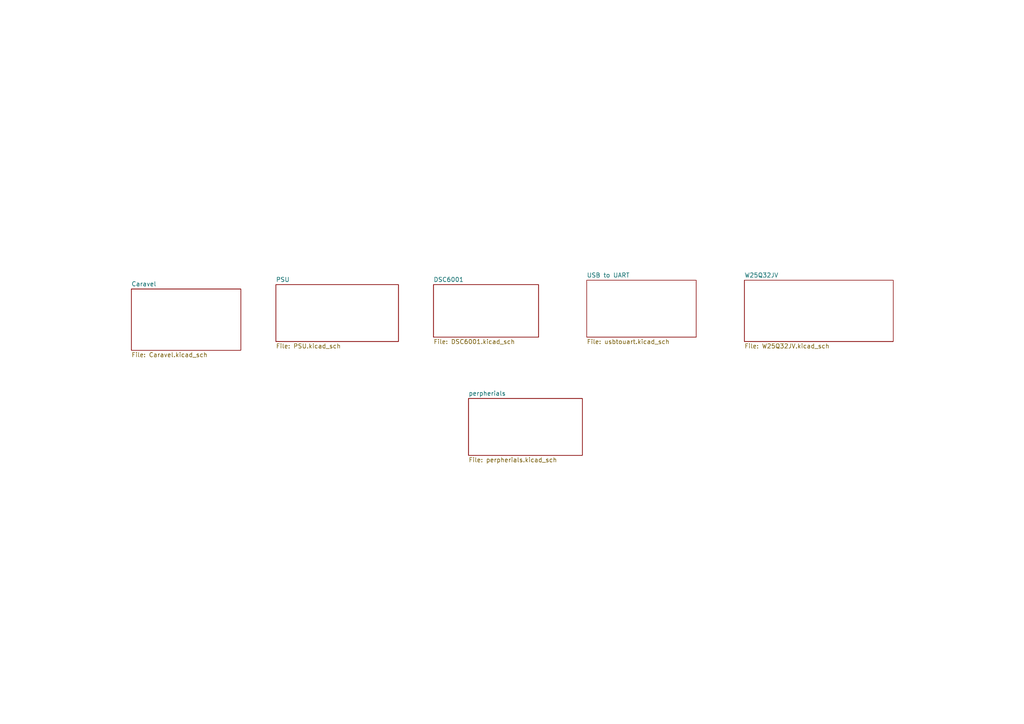
<source format=kicad_sch>
(kicad_sch
	(version 20231120)
	(generator "eeschema")
	(generator_version "8.0")
	(uuid "1f1d514b-67fa-4200-8a91-3df4fa362116")
	(paper "A4")
	(lib_symbols)
	(sheet
		(at 80.01 82.55)
		(size 35.56 16.51)
		(fields_autoplaced yes)
		(stroke
			(width 0.1524)
			(type solid)
		)
		(fill
			(color 0 0 0 0.0000)
		)
		(uuid "0343c682-befc-4ee5-b37a-1320720af1f7")
		(property "Sheetname" "PSU"
			(at 80.01 81.8384 0)
			(effects
				(font
					(size 1.27 1.27)
				)
				(justify left bottom)
			)
		)
		(property "Sheetfile" "PSU.kicad_sch"
			(at 80.01 99.6446 0)
			(effects
				(font
					(size 1.27 1.27)
				)
				(justify left top)
			)
		)
		(instances
			(project "star_chiplet"
				(path "/1f1d514b-67fa-4200-8a91-3df4fa362116"
					(page "3")
				)
			)
		)
	)
	(sheet
		(at 215.9 81.28)
		(size 43.18 17.78)
		(fields_autoplaced yes)
		(stroke
			(width 0.1524)
			(type solid)
		)
		(fill
			(color 0 0 0 0.0000)
		)
		(uuid "403689b5-5c79-4332-9e86-3dfd640c9dd2")
		(property "Sheetname" "W25Q32JV"
			(at 215.9 80.5684 0)
			(effects
				(font
					(size 1.27 1.27)
				)
				(justify left bottom)
			)
		)
		(property "Sheetfile" "W25Q32JV.kicad_sch"
			(at 215.9 99.6446 0)
			(effects
				(font
					(size 1.27 1.27)
				)
				(justify left top)
			)
		)
		(instances
			(project "star_chiplet"
				(path "/1f1d514b-67fa-4200-8a91-3df4fa362116"
					(page "6")
				)
			)
		)
	)
	(sheet
		(at 170.18 81.28)
		(size 31.75 16.51)
		(fields_autoplaced yes)
		(stroke
			(width 0.1524)
			(type solid)
		)
		(fill
			(color 0 0 0 0.0000)
		)
		(uuid "40c28c1b-d30a-4a1e-85e0-499939fc0f40")
		(property "Sheetname" "USB to UART"
			(at 170.18 80.5684 0)
			(effects
				(font
					(size 1.27 1.27)
				)
				(justify left bottom)
			)
		)
		(property "Sheetfile" "usbtouart.kicad_sch"
			(at 170.18 98.3746 0)
			(effects
				(font
					(size 1.27 1.27)
				)
				(justify left top)
			)
		)
		(instances
			(project "star_chiplet"
				(path "/1f1d514b-67fa-4200-8a91-3df4fa362116"
					(page "5")
				)
			)
		)
	)
	(sheet
		(at 135.89 115.57)
		(size 33.02 16.51)
		(fields_autoplaced yes)
		(stroke
			(width 0.1524)
			(type solid)
		)
		(fill
			(color 0 0 0 0.0000)
		)
		(uuid "6a814ed7-7416-4f5e-bc01-d718a62c9774")
		(property "Sheetname" "perpherials"
			(at 135.89 114.8584 0)
			(effects
				(font
					(size 1.27 1.27)
				)
				(justify left bottom)
			)
		)
		(property "Sheetfile" "perpherials.kicad_sch"
			(at 135.89 132.6646 0)
			(effects
				(font
					(size 1.27 1.27)
				)
				(justify left top)
			)
		)
		(instances
			(project "star_chiplet"
				(path "/1f1d514b-67fa-4200-8a91-3df4fa362116"
					(page "7")
				)
			)
		)
	)
	(sheet
		(at 125.73 82.55)
		(size 30.48 15.24)
		(fields_autoplaced yes)
		(stroke
			(width 0.1524)
			(type solid)
		)
		(fill
			(color 0 0 0 0.0000)
		)
		(uuid "f55009de-82e1-4f9b-8429-e9cb16b2a0ae")
		(property "Sheetname" "DSC6001"
			(at 125.73 81.8384 0)
			(effects
				(font
					(size 1.27 1.27)
				)
				(justify left bottom)
			)
		)
		(property "Sheetfile" "DSC6001.kicad_sch"
			(at 125.73 98.3746 0)
			(effects
				(font
					(size 1.27 1.27)
				)
				(justify left top)
			)
		)
		(instances
			(project "star_chiplet"
				(path "/1f1d514b-67fa-4200-8a91-3df4fa362116"
					(page "4")
				)
			)
		)
	)
	(sheet
		(at 38.1 83.82)
		(size 31.75 17.78)
		(fields_autoplaced yes)
		(stroke
			(width 0.1524)
			(type solid)
		)
		(fill
			(color 0 0 0 0.0000)
		)
		(uuid "f72ae011-b6fe-471b-aff8-6fec1b1b0cbf")
		(property "Sheetname" "Caravel"
			(at 38.1 83.1084 0)
			(effects
				(font
					(size 1.27 1.27)
				)
				(justify left bottom)
			)
		)
		(property "Sheetfile" "Caravel.kicad_sch"
			(at 38.1 102.1846 0)
			(effects
				(font
					(size 1.27 1.27)
				)
				(justify left top)
			)
		)
		(instances
			(project "star_chiplet"
				(path "/1f1d514b-67fa-4200-8a91-3df4fa362116"
					(page "2")
				)
			)
		)
	)
	(sheet_instances
		(path "/"
			(page "1")
		)
	)
)

</source>
